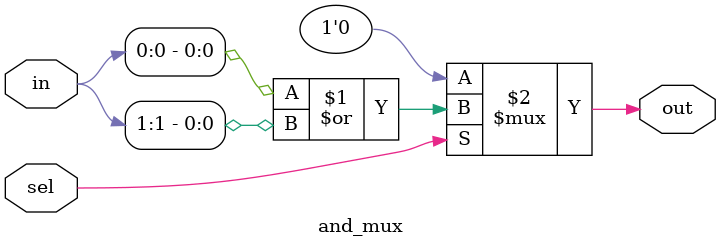
<source format=v>
module and_mux(input[1:0] in, input sel, output reg out);
  assign out= sel? (in[0] | in[1]): 1'b0;

endmodule

</source>
